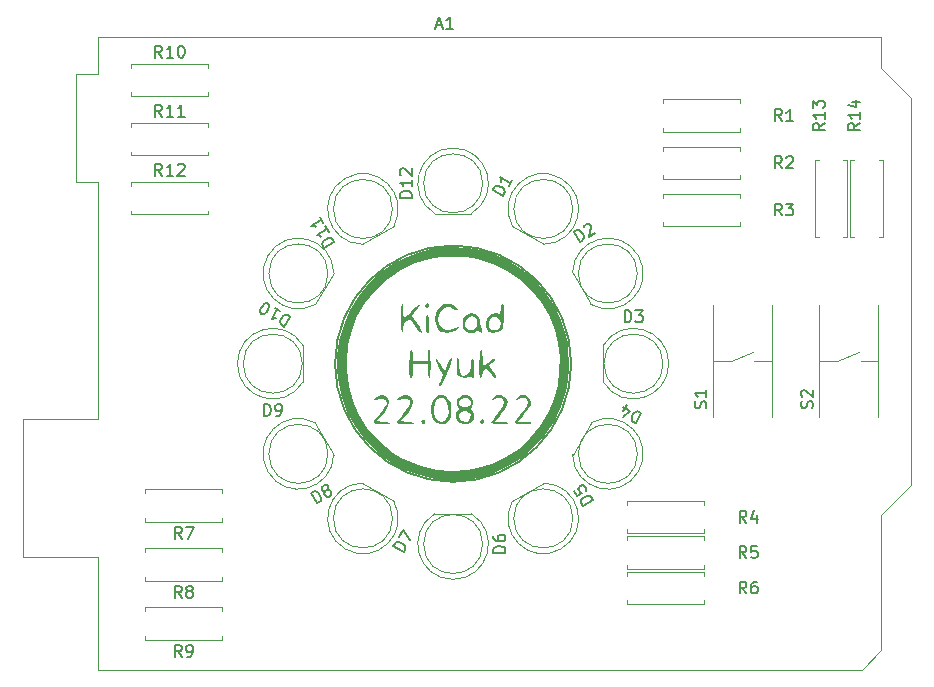
<source format=gbr>
%TF.GenerationSoftware,KiCad,Pcbnew,(6.0.7)*%
%TF.CreationDate,2022-08-22T17:31:34+09:00*%
%TF.ProjectId,LED_Roulette_Shield,4c45445f-526f-4756-9c65-7474655f5368,rev?*%
%TF.SameCoordinates,Original*%
%TF.FileFunction,Legend,Top*%
%TF.FilePolarity,Positive*%
%FSLAX46Y46*%
G04 Gerber Fmt 4.6, Leading zero omitted, Abs format (unit mm)*
G04 Created by KiCad (PCBNEW (6.0.7)) date 2022-08-22 17:31:34*
%MOMM*%
%LPD*%
G01*
G04 APERTURE LIST*
%ADD10C,0.150000*%
%ADD11C,0.120000*%
G04 APERTURE END LIST*
D10*
X156000000Y-91000000D02*
G75*
G03*
X156000000Y-91000000I-10000000J0D01*
G01*
%TO.C,D10*%
X132197940Y-87009830D02*
X131697940Y-87875855D01*
X131491744Y-87756808D01*
X131391835Y-87644140D01*
X131356976Y-87514042D01*
X131363356Y-87407754D01*
X131417354Y-87218987D01*
X131488783Y-87095269D01*
X131625260Y-86954122D01*
X131714119Y-86895453D01*
X131844216Y-86860593D01*
X131991744Y-86890782D01*
X132197940Y-87009830D01*
X130878282Y-86247925D02*
X131373154Y-86533639D01*
X131125718Y-86390782D02*
X130625718Y-87256808D01*
X130779626Y-87180709D01*
X130909723Y-87145849D01*
X131016011Y-87152229D01*
X129842172Y-86804427D02*
X129759693Y-86756808D01*
X129701024Y-86667949D01*
X129683594Y-86602901D01*
X129689974Y-86496612D01*
X129743973Y-86307846D01*
X129863020Y-86101649D01*
X129999498Y-85960501D01*
X130088356Y-85901832D01*
X130153405Y-85884403D01*
X130259693Y-85890782D01*
X130342172Y-85938401D01*
X130400841Y-86027260D01*
X130418270Y-86092309D01*
X130411891Y-86198597D01*
X130357892Y-86387363D01*
X130238844Y-86593560D01*
X130102367Y-86734708D01*
X130013508Y-86793377D01*
X129948460Y-86810807D01*
X129842172Y-86804427D01*
%TO.C,S1*%
X167404761Y-94761904D02*
X167452380Y-94619047D01*
X167452380Y-94380952D01*
X167404761Y-94285714D01*
X167357142Y-94238095D01*
X167261904Y-94190476D01*
X167166666Y-94190476D01*
X167071428Y-94238095D01*
X167023809Y-94285714D01*
X166976190Y-94380952D01*
X166928571Y-94571428D01*
X166880952Y-94666666D01*
X166833333Y-94714285D01*
X166738095Y-94761904D01*
X166642857Y-94761904D01*
X166547619Y-94714285D01*
X166500000Y-94666666D01*
X166452380Y-94571428D01*
X166452380Y-94333333D01*
X166500000Y-94190476D01*
X167452380Y-93238095D02*
X167452380Y-93809523D01*
X167452380Y-93523809D02*
X166452380Y-93523809D01*
X166595238Y-93619047D01*
X166690476Y-93714285D01*
X166738095Y-93809523D01*
%TO.C,D8*%
X134467129Y-102825282D02*
X133967129Y-101959256D01*
X134173325Y-101840208D01*
X134320853Y-101810019D01*
X134450950Y-101844879D01*
X134539809Y-101903548D01*
X134676286Y-102044696D01*
X134747715Y-102168413D01*
X134801713Y-102357180D01*
X134808093Y-102463468D01*
X134773234Y-102593566D01*
X134673325Y-102706234D01*
X134467129Y-102825282D01*
X135171158Y-101758981D02*
X135064870Y-101765361D01*
X134999821Y-101747931D01*
X134910962Y-101689262D01*
X134887153Y-101648023D01*
X134880773Y-101541735D01*
X134898203Y-101476686D01*
X134956872Y-101387828D01*
X135121829Y-101292589D01*
X135228117Y-101286210D01*
X135293166Y-101303639D01*
X135382025Y-101362309D01*
X135405834Y-101403548D01*
X135412214Y-101509836D01*
X135394784Y-101574885D01*
X135336115Y-101663743D01*
X135171158Y-101758981D01*
X135112489Y-101847840D01*
X135095059Y-101912888D01*
X135101439Y-102019177D01*
X135196677Y-102184134D01*
X135285535Y-102242803D01*
X135350584Y-102260233D01*
X135456872Y-102253853D01*
X135621829Y-102158615D01*
X135680498Y-102069756D01*
X135697928Y-102004708D01*
X135691548Y-101898420D01*
X135596310Y-101733462D01*
X135507452Y-101674793D01*
X135442403Y-101657363D01*
X135336115Y-101663743D01*
%TO.C,R5*%
X170833333Y-107452380D02*
X170500000Y-106976190D01*
X170261904Y-107452380D02*
X170261904Y-106452380D01*
X170642857Y-106452380D01*
X170738095Y-106500000D01*
X170785714Y-106547619D01*
X170833333Y-106642857D01*
X170833333Y-106785714D01*
X170785714Y-106880952D01*
X170738095Y-106928571D01*
X170642857Y-106976190D01*
X170261904Y-106976190D01*
X171738095Y-106452380D02*
X171261904Y-106452380D01*
X171214285Y-106928571D01*
X171261904Y-106880952D01*
X171357142Y-106833333D01*
X171595238Y-106833333D01*
X171690476Y-106880952D01*
X171738095Y-106928571D01*
X171785714Y-107023809D01*
X171785714Y-107261904D01*
X171738095Y-107357142D01*
X171690476Y-107404761D01*
X171595238Y-107452380D01*
X171357142Y-107452380D01*
X171261904Y-107404761D01*
X171214285Y-107357142D01*
%TO.C,R12*%
X121357142Y-75082380D02*
X121023809Y-74606190D01*
X120785714Y-75082380D02*
X120785714Y-74082380D01*
X121166666Y-74082380D01*
X121261904Y-74130000D01*
X121309523Y-74177619D01*
X121357142Y-74272857D01*
X121357142Y-74415714D01*
X121309523Y-74510952D01*
X121261904Y-74558571D01*
X121166666Y-74606190D01*
X120785714Y-74606190D01*
X122309523Y-75082380D02*
X121738095Y-75082380D01*
X122023809Y-75082380D02*
X122023809Y-74082380D01*
X121928571Y-74225238D01*
X121833333Y-74320476D01*
X121738095Y-74368095D01*
X122690476Y-74177619D02*
X122738095Y-74130000D01*
X122833333Y-74082380D01*
X123071428Y-74082380D01*
X123166666Y-74130000D01*
X123214285Y-74177619D01*
X123261904Y-74272857D01*
X123261904Y-74368095D01*
X123214285Y-74510952D01*
X122642857Y-75082380D01*
X123261904Y-75082380D01*
%TO.C,R14*%
X180452380Y-70642857D02*
X179976190Y-70976190D01*
X180452380Y-71214285D02*
X179452380Y-71214285D01*
X179452380Y-70833333D01*
X179500000Y-70738095D01*
X179547619Y-70690476D01*
X179642857Y-70642857D01*
X179785714Y-70642857D01*
X179880952Y-70690476D01*
X179928571Y-70738095D01*
X179976190Y-70833333D01*
X179976190Y-71214285D01*
X180452380Y-69690476D02*
X180452380Y-70261904D01*
X180452380Y-69976190D02*
X179452380Y-69976190D01*
X179595238Y-70071428D01*
X179690476Y-70166666D01*
X179738095Y-70261904D01*
X179785714Y-68833333D02*
X180452380Y-68833333D01*
X179404761Y-69071428D02*
X180119047Y-69309523D01*
X180119047Y-68690476D01*
%TO.C,A1*%
X144555714Y-62356666D02*
X145031904Y-62356666D01*
X144460476Y-62642380D02*
X144793809Y-61642380D01*
X145127142Y-62642380D01*
X145984285Y-62642380D02*
X145412857Y-62642380D01*
X145698571Y-62642380D02*
X145698571Y-61642380D01*
X145603333Y-61785238D01*
X145508095Y-61880476D01*
X145412857Y-61928095D01*
%TO.C,R2*%
X173833333Y-74452380D02*
X173500000Y-73976190D01*
X173261904Y-74452380D02*
X173261904Y-73452380D01*
X173642857Y-73452380D01*
X173738095Y-73500000D01*
X173785714Y-73547619D01*
X173833333Y-73642857D01*
X173833333Y-73785714D01*
X173785714Y-73880952D01*
X173738095Y-73928571D01*
X173642857Y-73976190D01*
X173261904Y-73976190D01*
X174214285Y-73547619D02*
X174261904Y-73500000D01*
X174357142Y-73452380D01*
X174595238Y-73452380D01*
X174690476Y-73500000D01*
X174738095Y-73547619D01*
X174785714Y-73642857D01*
X174785714Y-73738095D01*
X174738095Y-73880952D01*
X174166666Y-74452380D01*
X174785714Y-74452380D01*
%TO.C,D2*%
X156706833Y-80696360D02*
X156206833Y-79830334D01*
X156413029Y-79711286D01*
X156560557Y-79681097D01*
X156690654Y-79715957D01*
X156779513Y-79774626D01*
X156915990Y-79915774D01*
X156987419Y-80039491D01*
X157041417Y-80228258D01*
X157047797Y-80334546D01*
X157012938Y-80464644D01*
X156913029Y-80577312D01*
X156706833Y-80696360D01*
X157079238Y-79436622D02*
X157096668Y-79371573D01*
X157155337Y-79282715D01*
X157361533Y-79163667D01*
X157467821Y-79157288D01*
X157532870Y-79174717D01*
X157621729Y-79233387D01*
X157669348Y-79315865D01*
X157699537Y-79463393D01*
X157490380Y-80243979D01*
X158026491Y-79934455D01*
%TO.C,D7*%
X141817186Y-106945251D02*
X140951161Y-106445251D01*
X141070208Y-106239055D01*
X141182876Y-106139146D01*
X141312974Y-106104287D01*
X141419262Y-106110666D01*
X141608029Y-106164665D01*
X141731747Y-106236094D01*
X141872895Y-106372571D01*
X141931564Y-106461430D01*
X141966423Y-106591527D01*
X141936234Y-106739055D01*
X141817186Y-106945251D01*
X141403542Y-105661704D02*
X141736875Y-105084354D01*
X142388615Y-105955508D01*
%TO.C,D4*%
X161945251Y-95182813D02*
X161445251Y-96048838D01*
X161239055Y-95929791D01*
X161139146Y-95817123D01*
X161104287Y-95687025D01*
X161110666Y-95580737D01*
X161164665Y-95391970D01*
X161236094Y-95268252D01*
X161372571Y-95127104D01*
X161461430Y-95068435D01*
X161591527Y-95033576D01*
X161739055Y-95063765D01*
X161945251Y-95182813D01*
X160374739Y-95045877D02*
X160708072Y-94468527D01*
X160390459Y-95494839D02*
X160953798Y-94995297D01*
X160417687Y-94685774D01*
%TO.C,D9*%
X129991904Y-95412380D02*
X129991904Y-94412380D01*
X130230000Y-94412380D01*
X130372857Y-94460000D01*
X130468095Y-94555238D01*
X130515714Y-94650476D01*
X130563333Y-94840952D01*
X130563333Y-94983809D01*
X130515714Y-95174285D01*
X130468095Y-95269523D01*
X130372857Y-95364761D01*
X130230000Y-95412380D01*
X129991904Y-95412380D01*
X131039523Y-95412380D02*
X131230000Y-95412380D01*
X131325238Y-95364761D01*
X131372857Y-95317142D01*
X131468095Y-95174285D01*
X131515714Y-94983809D01*
X131515714Y-94602857D01*
X131468095Y-94507619D01*
X131420476Y-94460000D01*
X131325238Y-94412380D01*
X131134761Y-94412380D01*
X131039523Y-94460000D01*
X130991904Y-94507619D01*
X130944285Y-94602857D01*
X130944285Y-94840952D01*
X130991904Y-94936190D01*
X131039523Y-94983809D01*
X131134761Y-95031428D01*
X131325238Y-95031428D01*
X131420476Y-94983809D01*
X131468095Y-94936190D01*
X131515714Y-94840952D01*
%TO.C,R6*%
X170833333Y-110452380D02*
X170500000Y-109976190D01*
X170261904Y-110452380D02*
X170261904Y-109452380D01*
X170642857Y-109452380D01*
X170738095Y-109500000D01*
X170785714Y-109547619D01*
X170833333Y-109642857D01*
X170833333Y-109785714D01*
X170785714Y-109880952D01*
X170738095Y-109928571D01*
X170642857Y-109976190D01*
X170261904Y-109976190D01*
X171690476Y-109452380D02*
X171500000Y-109452380D01*
X171404761Y-109500000D01*
X171357142Y-109547619D01*
X171261904Y-109690476D01*
X171214285Y-109880952D01*
X171214285Y-110261904D01*
X171261904Y-110357142D01*
X171309523Y-110404761D01*
X171404761Y-110452380D01*
X171595238Y-110452380D01*
X171690476Y-110404761D01*
X171738095Y-110357142D01*
X171785714Y-110261904D01*
X171785714Y-110023809D01*
X171738095Y-109928571D01*
X171690476Y-109880952D01*
X171595238Y-109833333D01*
X171404761Y-109833333D01*
X171309523Y-109880952D01*
X171261904Y-109928571D01*
X171214285Y-110023809D01*
%TO.C,D5*%
X157825282Y-102532870D02*
X156959256Y-103032870D01*
X156840208Y-102826674D01*
X156810019Y-102679146D01*
X156844879Y-102549049D01*
X156903548Y-102460190D01*
X157044696Y-102323713D01*
X157168413Y-102252284D01*
X157357180Y-102198286D01*
X157463468Y-102191906D01*
X157593566Y-102226765D01*
X157706234Y-102326674D01*
X157825282Y-102532870D01*
X156221161Y-101754452D02*
X156459256Y-102166845D01*
X156895459Y-101969989D01*
X156830410Y-101952559D01*
X156741552Y-101893890D01*
X156622504Y-101687694D01*
X156616124Y-101581405D01*
X156633554Y-101516357D01*
X156692223Y-101427498D01*
X156898420Y-101308451D01*
X157004708Y-101302071D01*
X157069756Y-101319501D01*
X157158615Y-101378170D01*
X157277662Y-101584366D01*
X157284042Y-101690654D01*
X157266612Y-101755703D01*
%TO.C,R4*%
X170833333Y-104452380D02*
X170500000Y-103976190D01*
X170261904Y-104452380D02*
X170261904Y-103452380D01*
X170642857Y-103452380D01*
X170738095Y-103500000D01*
X170785714Y-103547619D01*
X170833333Y-103642857D01*
X170833333Y-103785714D01*
X170785714Y-103880952D01*
X170738095Y-103928571D01*
X170642857Y-103976190D01*
X170261904Y-103976190D01*
X171690476Y-103785714D02*
X171690476Y-104452380D01*
X171452380Y-103404761D02*
X171214285Y-104119047D01*
X171833333Y-104119047D01*
%TO.C,R3*%
X173833333Y-78452380D02*
X173500000Y-77976190D01*
X173261904Y-78452380D02*
X173261904Y-77452380D01*
X173642857Y-77452380D01*
X173738095Y-77500000D01*
X173785714Y-77547619D01*
X173833333Y-77642857D01*
X173833333Y-77785714D01*
X173785714Y-77880952D01*
X173738095Y-77928571D01*
X173642857Y-77976190D01*
X173261904Y-77976190D01*
X174166666Y-77452380D02*
X174785714Y-77452380D01*
X174452380Y-77833333D01*
X174595238Y-77833333D01*
X174690476Y-77880952D01*
X174738095Y-77928571D01*
X174785714Y-78023809D01*
X174785714Y-78261904D01*
X174738095Y-78357142D01*
X174690476Y-78404761D01*
X174595238Y-78452380D01*
X174309523Y-78452380D01*
X174214285Y-78404761D01*
X174166666Y-78357142D01*
%TO.C,D6*%
X150412380Y-107008095D02*
X149412380Y-107008095D01*
X149412380Y-106770000D01*
X149460000Y-106627142D01*
X149555238Y-106531904D01*
X149650476Y-106484285D01*
X149840952Y-106436666D01*
X149983809Y-106436666D01*
X150174285Y-106484285D01*
X150269523Y-106531904D01*
X150364761Y-106627142D01*
X150412380Y-106770000D01*
X150412380Y-107008095D01*
X149412380Y-105579523D02*
X149412380Y-105770000D01*
X149460000Y-105865238D01*
X149507619Y-105912857D01*
X149650476Y-106008095D01*
X149840952Y-106055714D01*
X150221904Y-106055714D01*
X150317142Y-106008095D01*
X150364761Y-105960476D01*
X150412380Y-105865238D01*
X150412380Y-105674761D01*
X150364761Y-105579523D01*
X150317142Y-105531904D01*
X150221904Y-105484285D01*
X149983809Y-105484285D01*
X149888571Y-105531904D01*
X149840952Y-105579523D01*
X149793333Y-105674761D01*
X149793333Y-105865238D01*
X149840952Y-105960476D01*
X149888571Y-106008095D01*
X149983809Y-106055714D01*
%TO.C,S2*%
X176404761Y-94761904D02*
X176452380Y-94619047D01*
X176452380Y-94380952D01*
X176404761Y-94285714D01*
X176357142Y-94238095D01*
X176261904Y-94190476D01*
X176166666Y-94190476D01*
X176071428Y-94238095D01*
X176023809Y-94285714D01*
X175976190Y-94380952D01*
X175928571Y-94571428D01*
X175880952Y-94666666D01*
X175833333Y-94714285D01*
X175738095Y-94761904D01*
X175642857Y-94761904D01*
X175547619Y-94714285D01*
X175500000Y-94666666D01*
X175452380Y-94571428D01*
X175452380Y-94333333D01*
X175500000Y-94190476D01*
X175547619Y-93809523D02*
X175500000Y-93761904D01*
X175452380Y-93666666D01*
X175452380Y-93428571D01*
X175500000Y-93333333D01*
X175547619Y-93285714D01*
X175642857Y-93238095D01*
X175738095Y-93238095D01*
X175880952Y-93285714D01*
X176452380Y-93857142D01*
X176452380Y-93238095D01*
%TO.C,R8*%
X123023333Y-110822380D02*
X122690000Y-110346190D01*
X122451904Y-110822380D02*
X122451904Y-109822380D01*
X122832857Y-109822380D01*
X122928095Y-109870000D01*
X122975714Y-109917619D01*
X123023333Y-110012857D01*
X123023333Y-110155714D01*
X122975714Y-110250952D01*
X122928095Y-110298571D01*
X122832857Y-110346190D01*
X122451904Y-110346190D01*
X123594761Y-110250952D02*
X123499523Y-110203333D01*
X123451904Y-110155714D01*
X123404285Y-110060476D01*
X123404285Y-110012857D01*
X123451904Y-109917619D01*
X123499523Y-109870000D01*
X123594761Y-109822380D01*
X123785238Y-109822380D01*
X123880476Y-109870000D01*
X123928095Y-109917619D01*
X123975714Y-110012857D01*
X123975714Y-110060476D01*
X123928095Y-110155714D01*
X123880476Y-110203333D01*
X123785238Y-110250952D01*
X123594761Y-110250952D01*
X123499523Y-110298571D01*
X123451904Y-110346190D01*
X123404285Y-110441428D01*
X123404285Y-110631904D01*
X123451904Y-110727142D01*
X123499523Y-110774761D01*
X123594761Y-110822380D01*
X123785238Y-110822380D01*
X123880476Y-110774761D01*
X123928095Y-110727142D01*
X123975714Y-110631904D01*
X123975714Y-110441428D01*
X123928095Y-110346190D01*
X123880476Y-110298571D01*
X123785238Y-110250952D01*
%TO.C,D12*%
X142492380Y-76944285D02*
X141492380Y-76944285D01*
X141492380Y-76706190D01*
X141540000Y-76563333D01*
X141635238Y-76468095D01*
X141730476Y-76420476D01*
X141920952Y-76372857D01*
X142063809Y-76372857D01*
X142254285Y-76420476D01*
X142349523Y-76468095D01*
X142444761Y-76563333D01*
X142492380Y-76706190D01*
X142492380Y-76944285D01*
X142492380Y-75420476D02*
X142492380Y-75991904D01*
X142492380Y-75706190D02*
X141492380Y-75706190D01*
X141635238Y-75801428D01*
X141730476Y-75896666D01*
X141778095Y-75991904D01*
X141587619Y-75039523D02*
X141540000Y-74991904D01*
X141492380Y-74896666D01*
X141492380Y-74658571D01*
X141540000Y-74563333D01*
X141587619Y-74515714D01*
X141682857Y-74468095D01*
X141778095Y-74468095D01*
X141920952Y-74515714D01*
X142492380Y-75087142D01*
X142492380Y-74468095D01*
%TO.C,D3*%
X160531904Y-87492380D02*
X160531904Y-86492380D01*
X160770000Y-86492380D01*
X160912857Y-86540000D01*
X161008095Y-86635238D01*
X161055714Y-86730476D01*
X161103333Y-86920952D01*
X161103333Y-87063809D01*
X161055714Y-87254285D01*
X161008095Y-87349523D01*
X160912857Y-87444761D01*
X160770000Y-87492380D01*
X160531904Y-87492380D01*
X161436666Y-86492380D02*
X162055714Y-86492380D01*
X161722380Y-86873333D01*
X161865238Y-86873333D01*
X161960476Y-86920952D01*
X162008095Y-86968571D01*
X162055714Y-87063809D01*
X162055714Y-87301904D01*
X162008095Y-87397142D01*
X161960476Y-87444761D01*
X161865238Y-87492380D01*
X161579523Y-87492380D01*
X161484285Y-87444761D01*
X161436666Y-87397142D01*
%TO.C,R10*%
X121357142Y-65082380D02*
X121023809Y-64606190D01*
X120785714Y-65082380D02*
X120785714Y-64082380D01*
X121166666Y-64082380D01*
X121261904Y-64130000D01*
X121309523Y-64177619D01*
X121357142Y-64272857D01*
X121357142Y-64415714D01*
X121309523Y-64510952D01*
X121261904Y-64558571D01*
X121166666Y-64606190D01*
X120785714Y-64606190D01*
X122309523Y-65082380D02*
X121738095Y-65082380D01*
X122023809Y-65082380D02*
X122023809Y-64082380D01*
X121928571Y-64225238D01*
X121833333Y-64320476D01*
X121738095Y-64368095D01*
X122928571Y-64082380D02*
X123023809Y-64082380D01*
X123119047Y-64130000D01*
X123166666Y-64177619D01*
X123214285Y-64272857D01*
X123261904Y-64463333D01*
X123261904Y-64701428D01*
X123214285Y-64891904D01*
X123166666Y-64987142D01*
X123119047Y-65034761D01*
X123023809Y-65082380D01*
X122928571Y-65082380D01*
X122833333Y-65034761D01*
X122785714Y-64987142D01*
X122738095Y-64891904D01*
X122690476Y-64701428D01*
X122690476Y-64463333D01*
X122738095Y-64272857D01*
X122785714Y-64177619D01*
X122833333Y-64130000D01*
X122928571Y-64082380D01*
%TO.C,D1*%
X150228264Y-76785547D02*
X149362239Y-76285547D01*
X149481286Y-76079351D01*
X149593954Y-75979442D01*
X149724052Y-75944583D01*
X149830340Y-75950962D01*
X150019107Y-76004961D01*
X150142825Y-76076390D01*
X150283973Y-76212867D01*
X150342642Y-76301726D01*
X150377501Y-76431823D01*
X150347312Y-76579351D01*
X150228264Y-76785547D01*
X150990169Y-75465889D02*
X150704455Y-75960761D01*
X150847312Y-75713325D02*
X149981286Y-75213325D01*
X150057385Y-75367232D01*
X150092245Y-75497330D01*
X150085865Y-75603618D01*
%TO.C,R9*%
X123023333Y-115822380D02*
X122690000Y-115346190D01*
X122451904Y-115822380D02*
X122451904Y-114822380D01*
X122832857Y-114822380D01*
X122928095Y-114870000D01*
X122975714Y-114917619D01*
X123023333Y-115012857D01*
X123023333Y-115155714D01*
X122975714Y-115250952D01*
X122928095Y-115298571D01*
X122832857Y-115346190D01*
X122451904Y-115346190D01*
X123499523Y-115822380D02*
X123690000Y-115822380D01*
X123785238Y-115774761D01*
X123832857Y-115727142D01*
X123928095Y-115584285D01*
X123975714Y-115393809D01*
X123975714Y-115012857D01*
X123928095Y-114917619D01*
X123880476Y-114870000D01*
X123785238Y-114822380D01*
X123594761Y-114822380D01*
X123499523Y-114870000D01*
X123451904Y-114917619D01*
X123404285Y-115012857D01*
X123404285Y-115250952D01*
X123451904Y-115346190D01*
X123499523Y-115393809D01*
X123594761Y-115441428D01*
X123785238Y-115441428D01*
X123880476Y-115393809D01*
X123928095Y-115346190D01*
X123975714Y-115250952D01*
%TO.C,R7*%
X123023333Y-105822380D02*
X122690000Y-105346190D01*
X122451904Y-105822380D02*
X122451904Y-104822380D01*
X122832857Y-104822380D01*
X122928095Y-104870000D01*
X122975714Y-104917619D01*
X123023333Y-105012857D01*
X123023333Y-105155714D01*
X122975714Y-105250952D01*
X122928095Y-105298571D01*
X122832857Y-105346190D01*
X122451904Y-105346190D01*
X123356666Y-104822380D02*
X124023333Y-104822380D01*
X123594761Y-105822380D01*
%TO.C,D11*%
X135934455Y-80705559D02*
X135068429Y-81205559D01*
X134949382Y-80999363D01*
X134919192Y-80851835D01*
X134954052Y-80721738D01*
X135012721Y-80632879D01*
X135153869Y-80496402D01*
X135277587Y-80424973D01*
X135466353Y-80370975D01*
X135572642Y-80364595D01*
X135702739Y-80399454D01*
X135815407Y-80499363D01*
X135934455Y-80705559D01*
X135172550Y-79385902D02*
X135458264Y-79880773D01*
X135315407Y-79633337D02*
X134449382Y-80133337D01*
X134620719Y-80144387D01*
X134750816Y-80179247D01*
X134839675Y-80237916D01*
X134696360Y-78561115D02*
X134982074Y-79055987D01*
X134839217Y-78808551D02*
X133973191Y-79308551D01*
X134144528Y-79319601D01*
X134274626Y-79354461D01*
X134363484Y-79413130D01*
%TO.C,R13*%
X177452380Y-70642857D02*
X176976190Y-70976190D01*
X177452380Y-71214285D02*
X176452380Y-71214285D01*
X176452380Y-70833333D01*
X176500000Y-70738095D01*
X176547619Y-70690476D01*
X176642857Y-70642857D01*
X176785714Y-70642857D01*
X176880952Y-70690476D01*
X176928571Y-70738095D01*
X176976190Y-70833333D01*
X176976190Y-71214285D01*
X177452380Y-69690476D02*
X177452380Y-70261904D01*
X177452380Y-69976190D02*
X176452380Y-69976190D01*
X176595238Y-70071428D01*
X176690476Y-70166666D01*
X176738095Y-70261904D01*
X176452380Y-69357142D02*
X176452380Y-68738095D01*
X176833333Y-69071428D01*
X176833333Y-68928571D01*
X176880952Y-68833333D01*
X176928571Y-68785714D01*
X177023809Y-68738095D01*
X177261904Y-68738095D01*
X177357142Y-68785714D01*
X177404761Y-68833333D01*
X177452380Y-68928571D01*
X177452380Y-69214285D01*
X177404761Y-69309523D01*
X177357142Y-69357142D01*
%TO.C,R11*%
X121357142Y-70082380D02*
X121023809Y-69606190D01*
X120785714Y-70082380D02*
X120785714Y-69082380D01*
X121166666Y-69082380D01*
X121261904Y-69130000D01*
X121309523Y-69177619D01*
X121357142Y-69272857D01*
X121357142Y-69415714D01*
X121309523Y-69510952D01*
X121261904Y-69558571D01*
X121166666Y-69606190D01*
X120785714Y-69606190D01*
X122309523Y-70082380D02*
X121738095Y-70082380D01*
X122023809Y-70082380D02*
X122023809Y-69082380D01*
X121928571Y-69225238D01*
X121833333Y-69320476D01*
X121738095Y-69368095D01*
X123261904Y-70082380D02*
X122690476Y-70082380D01*
X122976190Y-70082380D02*
X122976190Y-69082380D01*
X122880952Y-69225238D01*
X122785714Y-69320476D01*
X122690476Y-69368095D01*
%TO.C,R1*%
X173833333Y-70452380D02*
X173500000Y-69976190D01*
X173261904Y-70452380D02*
X173261904Y-69452380D01*
X173642857Y-69452380D01*
X173738095Y-69500000D01*
X173785714Y-69547619D01*
X173833333Y-69642857D01*
X173833333Y-69785714D01*
X173785714Y-69880952D01*
X173738095Y-69928571D01*
X173642857Y-69976190D01*
X173261904Y-69976190D01*
X174785714Y-70452380D02*
X174214285Y-70452380D01*
X174500000Y-70452380D02*
X174500000Y-69452380D01*
X174404761Y-69595238D01*
X174309523Y-69690476D01*
X174214285Y-69738095D01*
D11*
%TO.C,D10*%
X134344673Y-85983009D02*
X135889673Y-83306991D01*
X135889588Y-83307138D02*
G75*
G03*
X130310501Y-81870400I-2989440J-57862D01*
G01*
X130310963Y-81869600D02*
G75*
G03*
X134344758Y-85982862I2589185J-1495400D01*
G01*
X135400148Y-83365000D02*
G75*
G03*
X135400148Y-83365000I-2500000J0D01*
G01*
%TO.C,S1*%
X173000000Y-95500000D02*
X173000000Y-86000000D01*
X171500000Y-90750000D02*
X173000000Y-90750000D01*
X168000000Y-95500000D02*
X168000000Y-86000000D01*
X168000000Y-90750000D02*
X169500000Y-90750000D01*
X169500000Y-90750000D02*
X171400000Y-90000000D01*
%TO.C,D8*%
X135889673Y-98693009D02*
X134344673Y-96016991D01*
X130310501Y-100129600D02*
G75*
G03*
X135889588Y-98692862I2589647J1494600D01*
G01*
X134344758Y-96017138D02*
G75*
G03*
X130310963Y-100130400I-1444610J-2617862D01*
G01*
X135400148Y-98635000D02*
G75*
G03*
X135400148Y-98635000I-2500000J0D01*
G01*
%TO.C,R5*%
X160730000Y-105630000D02*
X160730000Y-105960000D01*
X167270000Y-108370000D02*
X160730000Y-108370000D01*
X167270000Y-105960000D02*
X167270000Y-105630000D01*
X160730000Y-108370000D02*
X160730000Y-108040000D01*
X167270000Y-108040000D02*
X167270000Y-108370000D01*
X167270000Y-105630000D02*
X160730000Y-105630000D01*
%TO.C,R12*%
X118730000Y-78040000D02*
X118730000Y-78370000D01*
X118730000Y-75630000D02*
X125270000Y-75630000D01*
X118730000Y-75960000D02*
X118730000Y-75630000D01*
X118730000Y-78370000D02*
X125270000Y-78370000D01*
X125270000Y-78370000D02*
X125270000Y-78040000D01*
X125270000Y-75630000D02*
X125270000Y-75960000D01*
%TO.C,R14*%
X179630000Y-73730000D02*
X179960000Y-73730000D01*
X179630000Y-80270000D02*
X179630000Y-73730000D01*
X182040000Y-80270000D02*
X182370000Y-80270000D01*
X182370000Y-73730000D02*
X182040000Y-73730000D01*
X179960000Y-80270000D02*
X179630000Y-80270000D01*
X182370000Y-80270000D02*
X182370000Y-73730000D01*
%TO.C,A1*%
X184770000Y-101310000D02*
X184770000Y-68540000D01*
X114030000Y-66510000D02*
X114030000Y-75650000D01*
X115930000Y-75650000D02*
X115930000Y-95720000D01*
X182230000Y-115280000D02*
X182230000Y-103850000D01*
X109580000Y-107400000D02*
X115930000Y-107400000D01*
X109580000Y-95720000D02*
X109580000Y-107400000D01*
X180580000Y-116930000D02*
X182230000Y-115280000D01*
X182230000Y-66000000D02*
X182230000Y-63330000D01*
X184770000Y-68540000D02*
X182230000Y-66000000D01*
X115930000Y-63330000D02*
X115930000Y-66510000D01*
X182230000Y-63330000D02*
X115930000Y-63330000D01*
X182230000Y-103850000D02*
X184770000Y-101310000D01*
X115930000Y-95720000D02*
X109580000Y-95720000D01*
X115930000Y-66510000D02*
X114030000Y-66510000D01*
X115930000Y-116930000D02*
X180580000Y-116930000D01*
X114030000Y-75650000D02*
X115930000Y-75650000D01*
X115930000Y-107400000D02*
X115930000Y-116930000D01*
%TO.C,R2*%
X170270000Y-75040000D02*
X170270000Y-75370000D01*
X170270000Y-72960000D02*
X170270000Y-72630000D01*
X163730000Y-75370000D02*
X163730000Y-75040000D01*
X163730000Y-72630000D02*
X163730000Y-72960000D01*
X170270000Y-75370000D02*
X163730000Y-75370000D01*
X170270000Y-72630000D02*
X163730000Y-72630000D01*
%TO.C,D2*%
X156110327Y-83306991D02*
X157655327Y-85983009D01*
X157655242Y-85982862D02*
G75*
G03*
X161689037Y-81869600I1444610J2617862D01*
G01*
X161689499Y-81870400D02*
G75*
G03*
X156110412Y-83307138I-2589647J-1494600D01*
G01*
X161599852Y-83365000D02*
G75*
G03*
X161599852Y-83365000I-2500000J0D01*
G01*
%TO.C,D7*%
X140983009Y-102655327D02*
X138306991Y-101110327D01*
X136869600Y-106689037D02*
G75*
G03*
X140982862Y-102655242I1495400J2589185D01*
G01*
X138307138Y-101110412D02*
G75*
G03*
X136870400Y-106689499I57862J-2989440D01*
G01*
X140865000Y-104099852D02*
G75*
G03*
X140865000Y-104099852I-2500000J0D01*
G01*
%TO.C,D4*%
X157655327Y-96016991D02*
X156110327Y-98693009D01*
X161689037Y-100130400D02*
G75*
G03*
X157655242Y-96017138I-2589185J1495400D01*
G01*
X156110412Y-98692862D02*
G75*
G03*
X161689499Y-100129600I2989440J57862D01*
G01*
X161599852Y-98635000D02*
G75*
G03*
X161599852Y-98635000I-2500000J0D01*
G01*
%TO.C,D9*%
X133290000Y-92545000D02*
X133290000Y-89455000D01*
X133290000Y-89455170D02*
G75*
G03*
X127740000Y-91000462I-2560000J-1544830D01*
G01*
X127740000Y-90999538D02*
G75*
G03*
X133290000Y-92544830I2990000J-462D01*
G01*
X133230000Y-91000000D02*
G75*
G03*
X133230000Y-91000000I-2500000J0D01*
G01*
%TO.C,R6*%
X167270000Y-108630000D02*
X160730000Y-108630000D01*
X167270000Y-108960000D02*
X167270000Y-108630000D01*
X160730000Y-108630000D02*
X160730000Y-108960000D01*
X167270000Y-111370000D02*
X160730000Y-111370000D01*
X160730000Y-111370000D02*
X160730000Y-111040000D01*
X167270000Y-111040000D02*
X167270000Y-111370000D01*
%TO.C,D5*%
X153693009Y-101110327D02*
X151016991Y-102655327D01*
X155129600Y-106689499D02*
G75*
G03*
X153692862Y-101110412I-1494600J2589647D01*
G01*
X151017138Y-102655242D02*
G75*
G03*
X155130400Y-106689037I2617862J-1444610D01*
G01*
X156135000Y-104099852D02*
G75*
G03*
X156135000Y-104099852I-2500000J0D01*
G01*
%TO.C,R4*%
X167270000Y-102960000D02*
X167270000Y-102630000D01*
X167270000Y-105040000D02*
X167270000Y-105370000D01*
X167270000Y-105370000D02*
X160730000Y-105370000D01*
X167270000Y-102630000D02*
X160730000Y-102630000D01*
X160730000Y-105370000D02*
X160730000Y-105040000D01*
X160730000Y-102630000D02*
X160730000Y-102960000D01*
%TO.C,R3*%
X170270000Y-76630000D02*
X163730000Y-76630000D01*
X170270000Y-79040000D02*
X170270000Y-79370000D01*
X163730000Y-79370000D02*
X163730000Y-79040000D01*
X170270000Y-79370000D02*
X163730000Y-79370000D01*
X170270000Y-76960000D02*
X170270000Y-76630000D01*
X163730000Y-76630000D02*
X163730000Y-76960000D01*
%TO.C,D6*%
X147545000Y-103710000D02*
X144455000Y-103710000D01*
X145999538Y-109260000D02*
G75*
G03*
X147544830Y-103710000I462J2990000D01*
G01*
X144455170Y-103710000D02*
G75*
G03*
X146000462Y-109260000I1544830J-2560000D01*
G01*
X148500000Y-106270000D02*
G75*
G03*
X148500000Y-106270000I-2500000J0D01*
G01*
%TO.C,S2*%
X182000000Y-95500000D02*
X182000000Y-86000000D01*
X177000000Y-95500000D02*
X177000000Y-86000000D01*
X178500000Y-90750000D02*
X180400000Y-90000000D01*
X180500000Y-90750000D02*
X182000000Y-90750000D01*
X177000000Y-90750000D02*
X178500000Y-90750000D01*
%TO.C,R8*%
X126460000Y-109040000D02*
X126460000Y-109370000D01*
X126460000Y-106630000D02*
X119920000Y-106630000D01*
X126460000Y-106960000D02*
X126460000Y-106630000D01*
X126460000Y-109370000D02*
X119920000Y-109370000D01*
X119920000Y-109370000D02*
X119920000Y-109040000D01*
X119920000Y-106630000D02*
X119920000Y-106960000D01*
%TO.C,D12*%
X144455000Y-78290000D02*
X147545000Y-78290000D01*
X146000462Y-72740000D02*
G75*
G03*
X144455170Y-78290000I-462J-2990000D01*
G01*
X147544830Y-78290000D02*
G75*
G03*
X145999538Y-72740000I-1544830J2560000D01*
G01*
X148500000Y-75730000D02*
G75*
G03*
X148500000Y-75730000I-2500000J0D01*
G01*
%TO.C,D3*%
X158710000Y-89455000D02*
X158710000Y-92545000D01*
X158710000Y-92544830D02*
G75*
G03*
X164260000Y-90999538I2560000J1544830D01*
G01*
X164260000Y-91000462D02*
G75*
G03*
X158710000Y-89455170I-2990000J462D01*
G01*
X163770000Y-91000000D02*
G75*
G03*
X163770000Y-91000000I-2500000J0D01*
G01*
%TO.C,R10*%
X118730000Y-65960000D02*
X118730000Y-65630000D01*
X125270000Y-68370000D02*
X125270000Y-68040000D01*
X118730000Y-68370000D02*
X125270000Y-68370000D01*
X118730000Y-65630000D02*
X125270000Y-65630000D01*
X125270000Y-65630000D02*
X125270000Y-65960000D01*
X118730000Y-68040000D02*
X118730000Y-68370000D01*
%TO.C,D1*%
X151016991Y-79344673D02*
X153693009Y-80889673D01*
X155130400Y-75310963D02*
G75*
G03*
X151017138Y-79344758I-1495400J-2589185D01*
G01*
X153692862Y-80889588D02*
G75*
G03*
X155129600Y-75310501I-57862J2989440D01*
G01*
X156135000Y-77900148D02*
G75*
G03*
X156135000Y-77900148I-2500000J0D01*
G01*
%TO.C,R9*%
X126460000Y-114040000D02*
X126460000Y-114370000D01*
X126460000Y-114370000D02*
X119920000Y-114370000D01*
X119920000Y-111630000D02*
X119920000Y-111960000D01*
X119920000Y-114370000D02*
X119920000Y-114040000D01*
X126460000Y-111630000D02*
X119920000Y-111630000D01*
X126460000Y-111960000D02*
X126460000Y-111630000D01*
%TO.C,R7*%
X126460000Y-101630000D02*
X119920000Y-101630000D01*
X126460000Y-101960000D02*
X126460000Y-101630000D01*
X119920000Y-101630000D02*
X119920000Y-101960000D01*
X119920000Y-104370000D02*
X119920000Y-104040000D01*
X126460000Y-104040000D02*
X126460000Y-104370000D01*
X126460000Y-104370000D02*
X119920000Y-104370000D01*
%TO.C,D11*%
X138306991Y-80889673D02*
X140983009Y-79344673D01*
X140982862Y-79344758D02*
G75*
G03*
X136869600Y-75310963I-2617862J1444610D01*
G01*
X136870400Y-75310501D02*
G75*
G03*
X138307138Y-80889588I1494600J-2589647D01*
G01*
X140865000Y-77900148D02*
G75*
G03*
X140865000Y-77900148I-2500000J0D01*
G01*
%TO.C,R13*%
X176630000Y-80270000D02*
X176630000Y-73730000D01*
X176960000Y-80270000D02*
X176630000Y-80270000D01*
X179370000Y-80270000D02*
X179370000Y-73730000D01*
X179040000Y-80270000D02*
X179370000Y-80270000D01*
X176630000Y-73730000D02*
X176960000Y-73730000D01*
X179370000Y-73730000D02*
X179040000Y-73730000D01*
%TO.C,R11*%
X125270000Y-73370000D02*
X125270000Y-73040000D01*
X118730000Y-73040000D02*
X118730000Y-73370000D01*
X125270000Y-70630000D02*
X125270000Y-70960000D01*
X118730000Y-70630000D02*
X125270000Y-70630000D01*
X118730000Y-73370000D02*
X125270000Y-73370000D01*
X118730000Y-70960000D02*
X118730000Y-70630000D01*
%TO.C,G\u002A\u002A\u002A*%
G36*
X146940031Y-87063433D02*
G01*
X147211105Y-86845478D01*
X147555865Y-86746030D01*
X147851208Y-86781079D01*
X148138476Y-86989626D01*
X148287675Y-87339784D01*
X148309091Y-87586561D01*
X148343908Y-87881848D01*
X148417620Y-88103736D01*
X148482670Y-88303359D01*
X148420429Y-88373228D01*
X148257065Y-88287811D01*
X148095011Y-88210669D01*
X147983571Y-88273504D01*
X147767574Y-88371265D01*
X147463289Y-88385993D01*
X147162358Y-88323776D01*
X146969315Y-88206127D01*
X146851387Y-87956968D01*
X146809730Y-87615627D01*
X146819296Y-87528071D01*
X147020707Y-87528071D01*
X147033211Y-87821135D01*
X147169022Y-88046954D01*
X147399412Y-88165974D01*
X147695652Y-88138638D01*
X147802167Y-88091186D01*
X147988425Y-87888389D01*
X148064258Y-87581432D01*
X148011452Y-87244518D01*
X148010554Y-87242145D01*
X147844566Y-87040485D01*
X147596399Y-86974449D01*
X147334458Y-87046839D01*
X147160238Y-87207319D01*
X147020707Y-87528071D01*
X146819296Y-87528071D01*
X146846766Y-87276638D01*
X146940031Y-87063433D01*
G37*
G36*
X148582326Y-95802276D02*
G01*
X148610277Y-95919368D01*
X148547503Y-96082891D01*
X148459684Y-96120158D01*
X148337042Y-96036459D01*
X148309091Y-95919368D01*
X148371865Y-95755845D01*
X148459684Y-95718577D01*
X148582326Y-95802276D01*
G37*
G36*
X148853802Y-87208495D02*
G01*
X149020329Y-86971686D01*
X149303858Y-86796424D01*
X149621466Y-86725650D01*
X149757728Y-86740392D01*
X149912635Y-86761938D01*
X149990217Y-86692307D01*
X150025819Y-86484718D01*
X150034681Y-86373843D01*
X150084614Y-86087969D01*
X150171967Y-85919045D01*
X150200972Y-85901221D01*
X150261063Y-85917424D01*
X150297135Y-86033436D01*
X150312012Y-86278228D01*
X150308516Y-86680774D01*
X150301367Y-86931514D01*
X150282411Y-87414387D01*
X150256565Y-87738769D01*
X150214760Y-87946947D01*
X150147930Y-88081210D01*
X150047005Y-88183846D01*
X150029787Y-88197978D01*
X149717793Y-88351812D01*
X149370833Y-88379132D01*
X149067514Y-88279862D01*
X148970792Y-88199024D01*
X148824541Y-87904279D01*
X148817969Y-87819094D01*
X149009440Y-87819094D01*
X149126278Y-88062275D01*
X149132332Y-88068459D01*
X149354537Y-88172183D01*
X149633393Y-88169200D01*
X149783640Y-88110056D01*
X149975338Y-87891744D01*
X150038873Y-87608641D01*
X149984906Y-87323794D01*
X149824101Y-87100254D01*
X149596512Y-87003557D01*
X149344889Y-87061564D01*
X149145400Y-87257588D01*
X149024699Y-87530481D01*
X149009440Y-87819094D01*
X148817969Y-87819094D01*
X148794569Y-87515762D01*
X148853802Y-87208495D01*
G37*
G36*
X141741633Y-85983470D02*
G01*
X141775926Y-86215790D01*
X141783399Y-86476289D01*
X141794291Y-86795767D01*
X141822624Y-87016066D01*
X141855995Y-87084585D01*
X141955450Y-87018439D01*
X142158676Y-86841856D01*
X142428713Y-86587615D01*
X142546579Y-86472089D01*
X142870438Y-86172705D01*
X143096527Y-86004565D01*
X143212441Y-85966694D01*
X143205773Y-86058114D01*
X143064118Y-86277851D01*
X142885482Y-86498754D01*
X142494249Y-86956457D01*
X142941986Y-87592301D01*
X143154759Y-87904234D01*
X143312743Y-88154457D01*
X143387330Y-88297182D01*
X143389724Y-88308934D01*
X143341104Y-88396391D01*
X143201894Y-88318102D01*
X142982062Y-88082116D01*
X142774627Y-87812451D01*
X142562648Y-87522244D01*
X142400436Y-87301488D01*
X142320951Y-87195026D01*
X142319285Y-87192951D01*
X142231986Y-87225093D01*
X142063265Y-87359145D01*
X142033992Y-87386143D01*
X141838762Y-87659024D01*
X141783399Y-88005643D01*
X141760187Y-88250570D01*
X141702496Y-88382407D01*
X141683004Y-88389724D01*
X141638865Y-88293293D01*
X141606228Y-88019406D01*
X141587028Y-87591167D01*
X141582609Y-87190905D01*
X141590699Y-86691444D01*
X141613078Y-86290732D01*
X141646908Y-86024414D01*
X141683004Y-85930040D01*
X141741633Y-85983470D01*
G37*
G36*
X144037917Y-89865968D02*
G01*
X144067120Y-90130569D01*
X144085141Y-90495405D01*
X144092083Y-90913720D01*
X144088047Y-91338757D01*
X144073136Y-91723760D01*
X144047449Y-92021973D01*
X144011090Y-92186639D01*
X143992095Y-92204743D01*
X143938619Y-92113297D01*
X143902364Y-91874408D01*
X143891700Y-91602372D01*
X143891700Y-91000000D01*
X142586561Y-91000000D01*
X142586561Y-91602372D01*
X142575419Y-91950447D01*
X142535361Y-92137618D01*
X142456439Y-92202876D01*
X142432879Y-92204743D01*
X142367652Y-92178517D01*
X142325706Y-92078871D01*
X142303766Y-91874350D01*
X142298555Y-91533504D01*
X142306799Y-91024878D01*
X142307384Y-90999650D01*
X142330073Y-90475753D01*
X142367552Y-90089583D01*
X142415258Y-89853072D01*
X142468627Y-89778153D01*
X142523095Y-89876758D01*
X142574100Y-90160819D01*
X142586561Y-90269671D01*
X142636759Y-90749012D01*
X143841502Y-90749012D01*
X143871939Y-90219311D01*
X143905107Y-89928848D01*
X143957741Y-89765215D01*
X143997433Y-89748358D01*
X144037917Y-89865968D01*
G37*
G36*
X152354345Y-93812679D02*
G01*
X152551850Y-94016928D01*
X152624336Y-94241587D01*
X152565043Y-94512793D01*
X152367210Y-94856681D01*
X152024077Y-95299386D01*
X151945759Y-95392293D01*
X151497349Y-95919368D01*
X152061718Y-95919368D01*
X152367886Y-95935534D01*
X152572845Y-95977319D01*
X152626087Y-96019763D01*
X152533230Y-96071263D01*
X152284353Y-96106850D01*
X151924002Y-96120158D01*
X151923320Y-96120158D01*
X151505271Y-96104232D01*
X151270765Y-96057417D01*
X151220554Y-96005840D01*
X151280616Y-95881044D01*
X151441023Y-95645566D01*
X151672105Y-95341737D01*
X151779894Y-95207841D01*
X152068923Y-94836303D01*
X152237065Y-94567338D01*
X152305693Y-94361817D01*
X152306969Y-94242910D01*
X152237857Y-94026661D01*
X152055244Y-93938296D01*
X151992546Y-93929307D01*
X151732331Y-93946217D01*
X151563440Y-94018910D01*
X151401616Y-94091887D01*
X151337220Y-94025118D01*
X151419122Y-93873687D01*
X151427320Y-93865481D01*
X151744485Y-93677383D01*
X152090205Y-93676906D01*
X152354345Y-93812679D01*
G37*
G36*
X145774956Y-85941823D02*
G01*
X146046175Y-86047793D01*
X146275720Y-86204999D01*
X146396321Y-86364536D01*
X146401581Y-86397378D01*
X146332080Y-86477378D01*
X146176699Y-86456822D01*
X146015121Y-86348759D01*
X146000000Y-86331621D01*
X145816547Y-86225023D01*
X145553429Y-86181028D01*
X145206080Y-86269612D01*
X144940225Y-86506139D01*
X144777894Y-86846768D01*
X144741114Y-87247658D01*
X144831263Y-87618278D01*
X145066400Y-87979377D01*
X145385029Y-88162222D01*
X145769259Y-88161879D01*
X146175692Y-87989243D01*
X146395056Y-87873496D01*
X146490588Y-87878265D01*
X146501976Y-87927874D01*
X146411406Y-88107769D01*
X146176665Y-88253276D01*
X145853210Y-88351592D01*
X145496497Y-88389918D01*
X145161982Y-88355451D01*
X144970947Y-88281285D01*
X144725929Y-88032749D01*
X144565694Y-87658182D01*
X144500931Y-87218176D01*
X144542326Y-86773320D01*
X144651332Y-86469319D01*
X144898854Y-86181068D01*
X145254436Y-85986618D01*
X145638128Y-85923499D01*
X145774956Y-85941823D01*
G37*
G36*
X150346440Y-93812679D02*
G01*
X150543945Y-94016928D01*
X150616431Y-94241587D01*
X150557137Y-94512793D01*
X150359305Y-94856681D01*
X150016172Y-95299386D01*
X149937854Y-95392293D01*
X149489443Y-95919368D01*
X150053813Y-95919368D01*
X150359981Y-95935534D01*
X150564940Y-95977319D01*
X150618182Y-96019763D01*
X150525324Y-96071263D01*
X150276448Y-96106850D01*
X149916097Y-96120158D01*
X149915415Y-96120158D01*
X149497366Y-96104232D01*
X149262860Y-96057417D01*
X149212648Y-96005840D01*
X149272711Y-95881044D01*
X149433118Y-95645566D01*
X149664200Y-95341737D01*
X149771989Y-95207841D01*
X150061018Y-94836303D01*
X150229160Y-94567338D01*
X150297788Y-94361817D01*
X150299064Y-94242910D01*
X150229952Y-94026661D01*
X150047338Y-93938296D01*
X149984641Y-93929307D01*
X149724425Y-93946217D01*
X149555535Y-94018910D01*
X149393711Y-94091887D01*
X149329315Y-94025118D01*
X149411217Y-93873687D01*
X149419415Y-93865481D01*
X149736580Y-93677383D01*
X150082300Y-93676906D01*
X150346440Y-93812679D01*
G37*
G36*
X143964710Y-85963432D02*
G01*
X143992095Y-86080633D01*
X143920650Y-86242144D01*
X143768488Y-86277421D01*
X143640712Y-86181028D01*
X143627627Y-86012636D01*
X143758184Y-85894932D01*
X143847427Y-85879842D01*
X143964710Y-85963432D01*
G37*
G36*
X143574306Y-95767586D02*
G01*
X143601845Y-95790146D01*
X143658055Y-95948459D01*
X143584829Y-96088400D01*
X143490119Y-96120158D01*
X143361358Y-96047027D01*
X143334120Y-96011015D01*
X143322391Y-95857905D01*
X143428612Y-95755182D01*
X143574306Y-95767586D01*
G37*
G36*
X146474980Y-90690036D02*
G01*
X146516270Y-91050287D01*
X146522488Y-91165211D01*
X146570846Y-91624211D01*
X146673843Y-91899474D01*
X146842440Y-92003244D01*
X147087597Y-91947767D01*
X147180511Y-91900342D01*
X147343097Y-91783000D01*
X147436303Y-91619881D01*
X147488274Y-91347867D01*
X147505929Y-91170567D01*
X147555666Y-90791285D01*
X147615870Y-90605664D01*
X147678061Y-90607470D01*
X147733758Y-90790471D01*
X147774481Y-91148434D01*
X147786076Y-91376482D01*
X147794925Y-91791253D01*
X147781922Y-92042873D01*
X147741462Y-92168324D01*
X147667942Y-92204587D01*
X147660582Y-92204743D01*
X147524423Y-92149947D01*
X147505929Y-92100816D01*
X147444473Y-92048168D01*
X147311739Y-92100816D01*
X146980554Y-92196915D01*
X146654812Y-92162392D01*
X146458950Y-92046979D01*
X146362644Y-91869931D01*
X146312483Y-91558340D01*
X146301186Y-91193620D01*
X146318824Y-90779515D01*
X146362704Y-90556390D01*
X146419274Y-90525984D01*
X146474980Y-90690036D01*
G37*
G36*
X144278746Y-94149038D02*
G01*
X144472752Y-93881227D01*
X144805768Y-93676297D01*
X145136664Y-93670614D01*
X145476975Y-93864331D01*
X145512377Y-93895041D01*
X145690043Y-94066439D01*
X145790966Y-94224622D01*
X145836757Y-94433978D01*
X145849029Y-94758892D01*
X145849407Y-94899092D01*
X145839608Y-95292390D01*
X145799520Y-95548786D01*
X145713106Y-95731664D01*
X145606018Y-95861082D01*
X145292204Y-96073553D01*
X144937056Y-96130591D01*
X144602215Y-96032143D01*
X144406055Y-95862104D01*
X144212876Y-95485648D01*
X144128726Y-95031283D01*
X144139940Y-94800331D01*
X144397781Y-94800331D01*
X144419409Y-95188445D01*
X144494711Y-95530915D01*
X144618933Y-95758746D01*
X144646136Y-95782266D01*
X144953277Y-95910116D01*
X145248104Y-95837689D01*
X145397629Y-95718577D01*
X145548532Y-95447844D01*
X145618259Y-95066856D01*
X145604946Y-94649821D01*
X145506728Y-94270946D01*
X145437356Y-94137352D01*
X145214082Y-93947728D01*
X144932375Y-93910795D01*
X144661828Y-94024561D01*
X144534568Y-94163166D01*
X144434583Y-94435572D01*
X144397781Y-94800331D01*
X144139940Y-94800331D01*
X144151412Y-94564062D01*
X144278746Y-94149038D01*
G37*
G36*
X145904348Y-90659567D02*
G01*
X145835298Y-90906165D01*
X145714464Y-91247665D01*
X145559743Y-91641179D01*
X145389038Y-92043815D01*
X145220245Y-92412685D01*
X145071267Y-92704899D01*
X144960001Y-92877568D01*
X144920751Y-92906059D01*
X144809013Y-92860161D01*
X144802703Y-92832214D01*
X144845328Y-92701404D01*
X144943616Y-92461967D01*
X144990637Y-92355336D01*
X145171126Y-91953755D01*
X144824130Y-91326592D01*
X144639641Y-90960605D01*
X144544024Y-90705170D01*
X144533910Y-90576710D01*
X144605931Y-90591645D01*
X144756719Y-90766397D01*
X144896274Y-90974901D01*
X145078835Y-91250523D01*
X145223719Y-91441290D01*
X145292072Y-91501976D01*
X145363314Y-91417009D01*
X145460902Y-91205200D01*
X145490608Y-91125494D01*
X145651162Y-90747235D01*
X145796453Y-90558707D01*
X145903713Y-90550761D01*
X145904348Y-90659567D01*
G37*
G36*
X140064885Y-93654673D02*
G01*
X140238654Y-93724658D01*
X140502694Y-93938257D01*
X140588811Y-94237512D01*
X140497800Y-94616556D01*
X140230454Y-95069519D01*
X140020872Y-95333657D01*
X139563073Y-95869170D01*
X140121062Y-95899279D01*
X140425347Y-95931234D01*
X140628015Y-95982281D01*
X140679052Y-96024773D01*
X140589073Y-96071411D01*
X140359680Y-96102451D01*
X140051684Y-96117319D01*
X139725899Y-96115440D01*
X139443137Y-96096242D01*
X139264210Y-96059148D01*
X139234845Y-96038410D01*
X139272257Y-95930403D01*
X139414366Y-95707852D01*
X139635497Y-95408924D01*
X139781094Y-95226286D01*
X140042729Y-94887788D01*
X140246037Y-94589946D01*
X140361865Y-94377208D01*
X140377866Y-94316375D01*
X140300275Y-94072581D01*
X140084447Y-93952143D01*
X139755797Y-93962082D01*
X139449210Y-94059886D01*
X139294298Y-94094930D01*
X139269050Y-94035828D01*
X139353106Y-93921886D01*
X139526105Y-93792411D01*
X139611184Y-93747193D01*
X139866752Y-93648135D01*
X140064885Y-93654673D01*
G37*
G36*
X148438125Y-89890235D02*
G01*
X148484342Y-90190826D01*
X148509882Y-90492638D01*
X148560079Y-91240217D01*
X148924716Y-90919318D01*
X149209337Y-90698274D01*
X149412257Y-90600568D01*
X149509058Y-90636536D01*
X149513834Y-90669944D01*
X149443075Y-90775477D01*
X149271237Y-90934788D01*
X149256203Y-90946897D01*
X148998573Y-91152325D01*
X149286811Y-91553040D01*
X149515869Y-91876132D01*
X149639872Y-92070405D01*
X149673534Y-92168198D01*
X149631568Y-92201853D01*
X149583298Y-92204743D01*
X149447973Y-92126960D01*
X149265626Y-91929290D01*
X149170208Y-91796876D01*
X148937515Y-91516402D01*
X148742412Y-91423981D01*
X148595873Y-91519620D01*
X148509882Y-91796322D01*
X148441991Y-92038710D01*
X148342905Y-92175822D01*
X148331024Y-92181085D01*
X148275862Y-92157592D01*
X148241183Y-92026172D01*
X148224773Y-91760964D01*
X148224416Y-91336108D01*
X148230629Y-91009072D01*
X148253524Y-90464322D01*
X148290358Y-90071486D01*
X148336495Y-89839142D01*
X148387296Y-89775866D01*
X148438125Y-89890235D01*
G37*
G36*
X146363002Y-95029689D02*
G01*
X146463875Y-94824156D01*
X146413200Y-94686085D01*
X146315917Y-94468430D01*
X146317235Y-94299429D01*
X146516906Y-94299429D01*
X146540185Y-94424236D01*
X146659740Y-94556861D01*
X146909964Y-94701411D01*
X147205288Y-94660925D01*
X147311739Y-94610697D01*
X147477576Y-94427337D01*
X147483555Y-94189720D01*
X147385455Y-94031937D01*
X147162986Y-93923558D01*
X146891864Y-93926181D01*
X146665997Y-94030924D01*
X146605904Y-94105653D01*
X146516906Y-94299429D01*
X146317235Y-94299429D01*
X146318162Y-94180482D01*
X146414315Y-93923006D01*
X146458799Y-93868587D01*
X146759540Y-93689807D01*
X147107784Y-93656857D01*
X147432673Y-93764715D01*
X147629886Y-93951591D01*
X147697285Y-94175350D01*
X147689418Y-94451288D01*
X147611697Y-94666404D01*
X147594706Y-94686085D01*
X147544246Y-94825630D01*
X147644903Y-95029689D01*
X147793618Y-95377173D01*
X147762790Y-95694507D01*
X147573578Y-95945689D01*
X147247145Y-96094716D01*
X147003953Y-96120158D01*
X146597380Y-96049168D01*
X146401581Y-95919368D01*
X146226328Y-95619002D01*
X146231906Y-95467589D01*
X146501976Y-95467589D01*
X146580544Y-95741364D01*
X146787715Y-95892166D01*
X147080694Y-95901611D01*
X147311739Y-95815440D01*
X147466050Y-95634372D01*
X147498267Y-95380972D01*
X147398141Y-95149666D01*
X147385455Y-95136285D01*
X147197722Y-95043515D01*
X147003953Y-95015810D01*
X146696838Y-95089381D01*
X146528283Y-95297921D01*
X146501976Y-95467589D01*
X146231906Y-95467589D01*
X146238887Y-95278087D01*
X146363002Y-95029689D01*
G37*
G36*
X136327798Y-89150638D02*
G01*
X136339672Y-89092490D01*
X136724308Y-87718055D01*
X137280522Y-86435638D01*
X137998201Y-85258085D01*
X138867232Y-84198244D01*
X139877502Y-83268962D01*
X141018899Y-82483086D01*
X141909841Y-82016211D01*
X143176296Y-81536376D01*
X144495018Y-81235206D01*
X145837828Y-81114028D01*
X147176547Y-81174171D01*
X148482996Y-81416962D01*
X149288221Y-81668467D01*
X150585970Y-82246854D01*
X151768839Y-82985033D01*
X152826234Y-83871211D01*
X153747561Y-84893597D01*
X154522226Y-86040398D01*
X155139634Y-87299820D01*
X155589191Y-88660073D01*
X155597080Y-88690909D01*
X155702124Y-89266448D01*
X155769452Y-89978580D01*
X155799072Y-90767454D01*
X155790994Y-91573218D01*
X155745225Y-92336018D01*
X155661774Y-92996004D01*
X155596433Y-93306836D01*
X155147816Y-94674972D01*
X154535940Y-95934465D01*
X153772331Y-97075276D01*
X152868515Y-98087366D01*
X151836016Y-98960693D01*
X150686361Y-99685218D01*
X149431076Y-100250902D01*
X148081684Y-100647703D01*
X146953755Y-100835501D01*
X146522798Y-100883128D01*
X146205244Y-100910954D01*
X145936598Y-100918795D01*
X145652360Y-100906469D01*
X145288035Y-100873793D01*
X144864431Y-100829589D01*
X143767733Y-100632033D01*
X142640255Y-100279816D01*
X141542119Y-99797316D01*
X140533446Y-99208907D01*
X140102457Y-98898904D01*
X139213033Y-98120933D01*
X138394289Y-97228619D01*
X137684970Y-96270144D01*
X137123825Y-95293687D01*
X137013934Y-95058491D01*
X136609278Y-93947448D01*
X136332196Y-92746805D01*
X136188828Y-91510898D01*
X136186765Y-90796180D01*
X136984080Y-90796180D01*
X136996223Y-91501976D01*
X137157062Y-92854854D01*
X137501359Y-94126490D01*
X138028295Y-95315045D01*
X138737053Y-96418680D01*
X139626814Y-97435559D01*
X139641970Y-97450573D01*
X140309496Y-98068237D01*
X140942561Y-98556154D01*
X141604420Y-98959981D01*
X142034388Y-99177453D01*
X143295895Y-99669943D01*
X144600599Y-99975051D01*
X145925619Y-100090133D01*
X147248076Y-100012546D01*
X148036572Y-99871106D01*
X149287567Y-99486461D01*
X150462308Y-98923357D01*
X151544002Y-98195121D01*
X152515856Y-97315076D01*
X153361077Y-96296551D01*
X154062871Y-95152869D01*
X154117753Y-95045586D01*
X154550367Y-93990013D01*
X154847720Y-92836284D01*
X155006475Y-91630301D01*
X155023295Y-90417965D01*
X154894841Y-89245178D01*
X154618444Y-88159790D01*
X154086999Y-86899222D01*
X153400286Y-85752903D01*
X152571423Y-84732417D01*
X151613526Y-83849344D01*
X150539710Y-83115269D01*
X149363093Y-82541772D01*
X148096790Y-82140438D01*
X147706720Y-82056371D01*
X147132898Y-81980569D01*
X146441893Y-81942639D01*
X145702199Y-81941662D01*
X144982314Y-81976718D01*
X144350732Y-82046889D01*
X144042293Y-82105551D01*
X142761875Y-82502502D01*
X141581017Y-83069692D01*
X140489021Y-83813364D01*
X139475187Y-84739755D01*
X139412267Y-84805884D01*
X138555718Y-85850120D01*
X137884663Y-86971161D01*
X137399065Y-88169114D01*
X137098883Y-89444084D01*
X136984080Y-90796180D01*
X136186765Y-90796180D01*
X136185315Y-90294064D01*
X136327798Y-89150638D01*
G37*
G36*
X142072790Y-93654673D02*
G01*
X142246559Y-93724658D01*
X142510599Y-93938257D01*
X142596716Y-94237512D01*
X142505705Y-94616556D01*
X142238359Y-95069519D01*
X142028777Y-95333657D01*
X141570978Y-95869170D01*
X142128967Y-95899279D01*
X142433252Y-95931234D01*
X142635921Y-95982281D01*
X142686957Y-96024773D01*
X142596978Y-96071411D01*
X142367585Y-96102451D01*
X142059589Y-96117319D01*
X141733804Y-96115440D01*
X141451042Y-96096242D01*
X141272115Y-96059148D01*
X141242750Y-96038410D01*
X141280163Y-95930403D01*
X141422271Y-95707852D01*
X141643402Y-95408924D01*
X141788999Y-95226286D01*
X142050635Y-94887788D01*
X142253942Y-94589946D01*
X142369771Y-94377208D01*
X142385771Y-94316375D01*
X142308180Y-94072581D01*
X142092352Y-93952143D01*
X141763702Y-93962082D01*
X141457115Y-94059886D01*
X141302203Y-94094930D01*
X141276955Y-94035828D01*
X141361011Y-93921886D01*
X141534010Y-93792411D01*
X141619089Y-93747193D01*
X141874657Y-93648135D01*
X142072790Y-93654673D01*
G37*
G36*
X143905203Y-86907878D02*
G01*
X143950454Y-87235389D01*
X143971056Y-87585895D01*
X143980046Y-87992049D01*
X143966664Y-88236060D01*
X143924789Y-88355918D01*
X143848298Y-88389610D01*
X143841502Y-88389724D01*
X143763295Y-88361123D01*
X143719150Y-88250301D01*
X143703195Y-88019721D01*
X143709561Y-87631851D01*
X143711948Y-87561463D01*
X143743450Y-87101763D01*
X143792376Y-86840186D01*
X143849402Y-86775850D01*
X143905203Y-86907878D01*
G37*
%TO.C,R1*%
X170270000Y-68630000D02*
X163730000Y-68630000D01*
X170270000Y-71370000D02*
X163730000Y-71370000D01*
X163730000Y-71370000D02*
X163730000Y-71040000D01*
X163730000Y-68630000D02*
X163730000Y-68960000D01*
X170270000Y-71040000D02*
X170270000Y-71370000D01*
X170270000Y-68960000D02*
X170270000Y-68630000D01*
%TD*%
M02*

</source>
